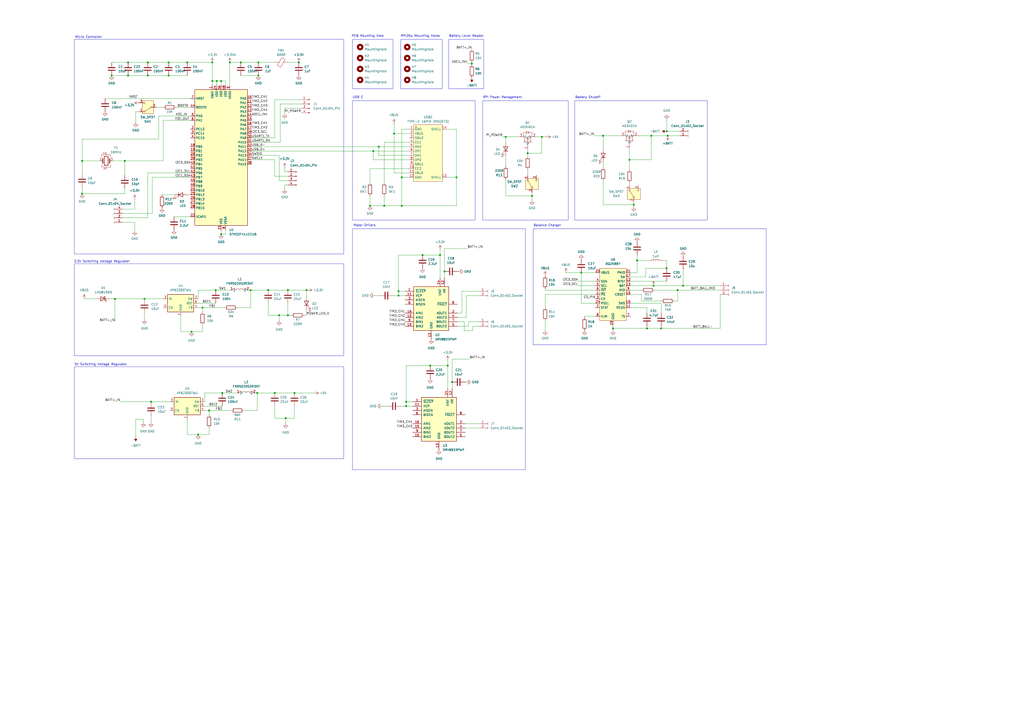
<source format=kicad_sch>
(kicad_sch (version 20250114) (generator "eeschema") (generator_version "9.0")
  (paper "A2")
  (rectangle (start 43.18 212.725) (end 199.39 266.065))
  (rectangle (start 333.375 58.42) (end 410.21 127.635))
  (rectangle (start 309.245 132.715) (end 444.5 200.025))
  (rectangle (start 204.47 58.42) (end 275.59 127.635))
  (rectangle (start 260.35 22.86) (end 280.67 51.435))
  (rectangle (start 43.18 22.86) (end 199.39 147.32))
  (rectangle (start 43.18 153.035) (end 199.39 206.375))
  (rectangle (start 204.47 22.86) (end 227.965 51.435))
  (rectangle (start 280.035 58.42) (end 329.565 127.635))
  (rectangle (start 204.47 132.715) (end 304.8 272.415))
  (text "5V Switching Voltage Regulator\n" (at 58.42 211.455 0) (effects (font (size 1.27 1.27))))
  (text "Battery Shutoff\n" (at 340.995 56.515 0) (effects (font (size 1.27 1.27))))
  (text "Battery Level Reader\n" (at 270.51 20.955 0) (effects (font (size 1.27 1.27))))
  (text "RPI Power Management\n" (at 291.465 56.515 0) (effects (font (size 1.27 1.27))))
  (text "3.3V Switching Voltage Regulator\n" (at 59.055 151.765 0) (effects (font (size 1.27 1.27))))
  (text "Balance Charger\n" (at 317.5 130.81 0) (effects (font (size 1.27 1.27))))
  (text "Micro Controller\n" (at 51.435 21.59 0) (effects (font (size 1.27 1.27))))
  (text "RPI20w Mounting Holes" (at 243.84 20.955 0) (effects (font (size 1.27 1.27))))
  (text "PCB Mounting Hole\n" (at 213.36 20.955 0) (effects (font (size 1.27 1.27))))
  (text "Motor Drivers\n" (at 211.455 130.81 0) (effects (font (size 1.27 1.27))))
  (text "USB C\n" (at 207.645 56.515 0) (effects (font (size 1.27 1.27))))
  (text_box "" (at 232.41 22.86 0) (size 24.13 28.575) (margins 0.9525 0.9525 0.9525 0.9525) (effects (font (size 1.27 1.27)) (justify left top)))
  (junction (at 228.6 77.47))
  (junction (at 74.295 36.195))
  (junction (at 293.37 79.375))
  (junction (at 149.86 43.815))
  (junction (at 167.005 182.88))
  (junction (at 125.095 168.275))
  (junction (at 393.065 168.275))
  (junction (at 155.575 168.275))
  (junction (at 235.585 235.585))
  (junction (at 123.19 46.99))
  (junction (at 367.665 118.745))
  (junction (at 375.285 190.5))
  (junction (at 231.14 168.91))
  (junction (at 97.79 36.195))
  (junction (at 161.925 182.88))
  (junction (at 245.11 147.955))
  (junction (at 170.815 227.965))
  (junction (at 149.225 227.965))
  (junction (at 257.81 157.48))
  (junction (at 349.885 78.74))
  (junction (at 219.71 85.09))
  (junction (at 133.35 36.195))
  (junction (at 111.125 192.405))
  (junction (at 128.27 46.99))
  (junction (at 97.79 43.815))
  (junction (at 337.185 158.115))
  (junction (at 145.415 168.275))
  (junction (at 379.095 165.735))
  (junction (at 139.7 36.195))
  (junction (at 231.14 171.45))
  (junction (at 72.39 93.345))
  (junction (at 123.19 36.195))
  (junction (at 365.125 92.71))
  (junction (at 85.725 36.195))
  (junction (at 177.8 168.275))
  (junction (at 369.57 151.13))
  (junction (at 74.295 43.815))
  (junction (at 233.045 119.38))
  (junction (at 214.63 119.38))
  (junction (at 66.675 173.355))
  (junction (at 387.35 78.74))
  (junction (at 159.385 227.965))
  (junction (at 355.6 190.5))
  (junction (at 396.24 165.735))
  (junction (at 64.77 43.815))
  (junction (at 262.255 221.615))
  (junction (at 216.535 87.63))
  (junction (at 173.355 36.195))
  (junction (at 47.625 93.345))
  (junction (at 235.585 233.045))
  (junction (at 377.825 78.74))
  (junction (at 108.585 36.195))
  (junction (at 121.285 238.125))
  (junction (at 386.715 155.575))
  (junction (at 222.885 119.38))
  (junction (at 167.005 168.275))
  (junction (at 85.725 43.815))
  (junction (at 255.27 147.955))
  (junction (at 128.905 227.965))
  (junction (at 149.86 36.195))
  (junction (at 314.325 79.375))
  (junction (at 87.63 233.045))
  (junction (at 125.73 46.99))
  (junction (at 264.795 102.87))
  (junction (at 273.685 36.83))
  (junction (at 117.475 178.435))
  (junction (at 308.61 113.665))
  (junction (at 47.625 112.395))
  (junction (at 386.715 76.2))
  (junction (at 114.935 252.095))
  (junction (at 128.27 135.89))
  (junction (at 83.82 173.355))
  (junction (at 259.715 212.09))
  (junction (at 233.045 102.87))
  (junction (at 165.735 242.57))
  (junction (at 306.07 88.9))
  (junction (at 383.54 190.5))
  (junction (at 249.555 212.09))
  (wire (pts (xy 375.285 190.5) (xy 383.54 190.5)))
  (wire (pts (xy 92.075 80.645) (xy 92.075 67.31)))
  (wire (pts (xy 316.23 170.815) (xy 316.23 178.435)))
  (wire (pts (xy 94.615 69.85) (xy 110.49 69.85)))
  (wire (pts (xy 393.065 168.275) (xy 417.83 168.275)))
  (wire (pts (xy 231.14 171.45) (xy 234.95 171.45)))
  (wire (pts (xy 365.76 165.735) (xy 379.095 165.735)))
  (wire (pts (xy 47.625 112.395) (xy 72.39 112.395)))
  (wire (pts (xy 369.57 151.13) (xy 369.57 158.115)))
  (wire (pts (xy 48.895 173.355) (xy 55.88 173.355)))
  (wire (pts (xy 159.385 227.965) (xy 170.815 227.965)))
  (wire (pts (xy 306.07 86.995) (xy 306.07 88.9)))
  (wire (pts (xy 159.385 57.785) (xy 174.625 57.785)))
  (wire (pts (xy 114.935 168.275) (xy 125.095 168.275)))
  (wire (pts (xy 316.23 186.055) (xy 316.23 191.77)))
  (wire (pts (xy 83.82 173.99) (xy 83.82 173.355)))
  (wire (pts (xy 349.885 86.36) (xy 349.885 78.74)))
  (wire (pts (xy 64.77 36.195) (xy 74.295 36.195)))
  (wire (pts (xy 237.49 102.87) (xy 233.045 102.87)))
  (wire (pts (xy 271.145 36.83) (xy 273.685 36.83)))
  (wire (pts (xy 308.61 113.665) (xy 308.61 116.205)))
  (wire (pts (xy 66.675 173.355) (xy 83.82 173.355)))
  (wire (pts (xy 165.1 97.155) (xy 165.1 99.695)))
  (wire (pts (xy 379.095 165.735) (xy 396.24 165.735)))
  (wire (pts (xy 393.065 174.625) (xy 393.065 168.275)))
  (wire (pts (xy 87.63 233.68) (xy 87.63 233.045)))
  (wire (pts (xy 265.43 181.61) (xy 267.97 181.61)))
  (wire (pts (xy 162.56 60.325) (xy 174.625 60.325)))
  (wire (pts (xy 372.11 174.625) (xy 383.54 174.625)))
  (wire (pts (xy 159.385 102.235) (xy 167.005 102.235)))
  (wire (pts (xy 384.175 151.13) (xy 386.715 151.13)))
  (wire (pts (xy 165.1 62.865) (xy 165.1 66.04)))
  (wire (pts (xy 355.6 190.5) (xy 375.285 190.5)))
  (wire (pts (xy 267.97 168.91) (xy 278.13 168.91)))
  (wire (pts (xy 383.54 175.895) (xy 383.54 181.61)))
  (wire (pts (xy 306.07 88.9) (xy 306.07 90.805)))
  (wire (pts (xy 117.475 178.435) (xy 117.475 180.975)))
  (wire (pts (xy 114.935 178.435) (xy 117.475 178.435)))
  (wire (pts (xy 128.905 227.965) (xy 137.795 227.965)))
  (wire (pts (xy 259.715 212.09) (xy 259.715 225.425)))
  (wire (pts (xy 78.105 128.905) (xy 78.105 133.985)))
  (wire (pts (xy 259.08 74.93) (xy 264.795 74.93)))
  (wire (pts (xy 257.81 144.145) (xy 257.81 157.48)))
  (wire (pts (xy 262.255 208.28) (xy 262.255 221.615)))
  (wire (pts (xy 78.105 115.57) (xy 78.105 121.285)))
  (wire (pts (xy 383.54 190.5) (xy 417.83 190.5)))
  (wire (pts (xy 74.295 36.195) (xy 85.725 36.195)))
  (wire (pts (xy 93.98 113.03) (xy 100.965 113.03)))
  (wire (pts (xy 146.05 80.01) (xy 159.385 80.01)))
  (wire (pts (xy 316.23 168.275) (xy 316.23 167.64)))
  (wire (pts (xy 216.535 92.71) (xy 216.535 87.63)))
  (wire (pts (xy 232.41 235.585) (xy 235.585 235.585)))
  (wire (pts (xy 274.32 191.77) (xy 274.32 189.23)))
  (wire (pts (xy 177.8 168.275) (xy 177.8 172.085)))
  (wire (pts (xy 63.5 173.355) (xy 66.675 173.355)))
  (wire (pts (xy 394.335 76.2) (xy 386.715 76.2)))
  (wire (pts (xy 167.005 107.315) (xy 165.1 107.315)))
  (wire (pts (xy 291.465 79.375) (xy 293.37 79.375)))
  (wire (pts (xy 66.675 173.355) (xy 66.675 186.69)))
  (wire (pts (xy 235.585 212.09) (xy 235.585 233.045)))
  (wire (pts (xy 159.385 242.57) (xy 165.735 242.57)))
  (wire (pts (xy 306.07 98.425) (xy 306.07 101.6)))
  (wire (pts (xy 78.74 243.205) (xy 83.185 243.205)))
  (wire (pts (xy 128.27 46.99) (xy 128.27 49.53)))
  (wire (pts (xy 369.57 158.115) (xy 365.76 158.115)))
  (wire (pts (xy 149.86 36.195) (xy 159.385 36.195)))
  (wire (pts (xy 214.63 113.665) (xy 214.63 119.38)))
  (wire (pts (xy 72.39 112.395) (xy 72.39 109.22)))
  (wire (pts (xy 94.615 62.23) (xy 90.805 62.23)))
  (wire (pts (xy 104.775 183.515) (xy 104.775 192.405)))
  (wire (pts (xy 85.725 43.815) (xy 97.79 43.815)))
  (wire (pts (xy 337.185 158.115) (xy 345.44 158.115)))
  (wire (pts (xy 141.605 238.125) (xy 149.225 238.125)))
  (wire (pts (xy 167.005 168.275) (xy 177.8 168.275)))
  (wire (pts (xy 237.49 100.33) (xy 228.6 100.33)))
  (wire (pts (xy 161.925 104.775) (xy 167.005 104.775)))
  (wire (pts (xy 349.885 78.74) (xy 360.045 78.74)))
  (wire (pts (xy 265.43 186.69) (xy 269.24 186.69)))
  (wire (pts (xy 337.185 175.895) (xy 337.185 158.115)))
  (wire (pts (xy 165.1 107.315) (xy 165.1 109.855)))
  (wire (pts (xy 159.385 92.71) (xy 159.385 102.235)))
  (wire (pts (xy 83.82 181.61) (xy 83.82 185.42)))
  (wire (pts (xy 367.665 118.745) (xy 367.665 120.015)))
  (wire (pts (xy 345.44 183.515) (xy 339.09 183.515)))
  (wire (pts (xy 174.625 62.865) (xy 165.1 62.865)))
  (wire (pts (xy 365.125 106.045) (xy 365.125 107.315)))
  (wire (pts (xy 365.76 163.195) (xy 386.715 163.195)))
  (wire (pts (xy 219.71 90.17) (xy 219.71 85.09)))
  (wire (pts (xy 271.78 186.69) (xy 278.13 186.69)))
  (wire (pts (xy 365.76 175.895) (xy 383.54 175.895)))
  (wire (pts (xy 85.725 100.33) (xy 85.725 126.365)))
  (wire (pts (xy 375.285 178.435) (xy 365.76 178.435)))
  (wire (pts (xy 144.145 168.275) (xy 145.415 168.275)))
  (wire (pts (xy 377.825 92.71) (xy 365.125 92.71)))
  (wire (pts (xy 108.585 243.205) (xy 108.585 252.095)))
  (wire (pts (xy 237.49 82.55) (xy 222.885 82.55)))
  (wire (pts (xy 155.575 182.88) (xy 161.925 182.88)))
  (wire (pts (xy 379.73 168.275) (xy 393.065 168.275)))
  (wire (pts (xy 316.865 79.375) (xy 314.325 79.375)))
  (wire (pts (xy 114.935 175.895) (xy 125.095 175.895)))
  (wire (pts (xy 377.825 78.74) (xy 377.825 92.71)))
  (wire (pts (xy 162.56 82.55) (xy 162.56 60.325)))
  (wire (pts (xy 365.125 86.36) (xy 365.125 92.71)))
  (wire (pts (xy 259.715 208.915) (xy 259.715 212.09)))
  (wire (pts (xy 149.225 227.965) (xy 149.225 238.125)))
  (wire (pts (xy 65.405 93.345) (xy 72.39 93.345)))
  (wire (pts (xy 308.61 111.76) (xy 308.61 113.665)))
  (wire (pts (xy 47.625 108.585) (xy 47.625 112.395)))
  (wire (pts (xy 335.28 165.735) (xy 345.44 165.735)))
  (wire (pts (xy 159.385 80.01) (xy 159.385 57.785)))
  (wire (pts (xy 64.77 43.815) (xy 74.295 43.815)))
  (wire (pts (xy 72.39 93.345) (xy 94.615 93.345)))
  (wire (pts (xy 133.35 36.195) (xy 139.7 36.195)))
  (wire (pts (xy 145.415 168.275) (xy 155.575 168.275)))
  (wire (pts (xy 130.81 46.99) (xy 130.81 49.53)))
  (wire (pts (xy 170.815 242.57) (xy 165.735 242.57)))
  (wire (pts (xy 376.555 151.13) (xy 369.57 151.13)))
  (wire (pts (xy 271.78 189.23) (xy 271.78 186.69)))
  (wire (pts (xy 273.685 36.83) (xy 273.685 37.465)))
  (wire (pts (xy 123.19 36.195) (xy 108.585 36.195)))
  (wire (pts (xy 345.44 175.895) (xy 337.185 175.895)))
  (wire (pts (xy 267.97 168.91) (xy 267.97 181.61)))
  (wire (pts (xy 231.14 147.955) (xy 231.14 168.91)))
  (wire (pts (xy 97.79 36.195) (xy 108.585 36.195)))
  (wire (pts (xy 235.585 235.585) (xy 239.395 235.585)))
  (wire (pts (xy 220.345 171.45) (xy 217.17 171.45)))
  (wire (pts (xy 146.05 82.55) (xy 162.56 82.55)))
  (wire (pts (xy 71.12 128.905) (xy 78.105 128.905)))
  (wire (pts (xy 265.43 184.15) (xy 270.51 184.15)))
  (wire (pts (xy 47.625 93.345) (xy 47.625 80.645)))
  (wire (pts (xy 257.81 144.145) (xy 271.145 144.145)))
  (wire (pts (xy 125.095 168.275) (xy 133.985 168.275)))
  (wire (pts (xy 167.005 182.88) (xy 168.91 182.88)))
  (wire (pts (xy 47.625 80.645) (xy 92.075 80.645)))
  (wire (pts (xy 114.935 252.095) (xy 121.285 252.095)))
  (wire (pts (xy 159.385 235.585) (xy 159.385 242.57)))
  (wire (pts (xy 269.24 191.77) (xy 274.32 191.77)))
  (wire (pts (xy 231.14 147.955) (xy 245.11 147.955)))
  (wire (pts (xy 314.325 79.375) (xy 311.15 79.375)))
  (wire (pts (xy 74.295 43.815) (xy 85.725 43.815)))
  (wire (pts (xy 269.24 186.69) (xy 269.24 191.77)))
  (wire (pts (xy 85.725 126.365) (xy 71.12 126.365)))
  (wire (pts (xy 137.795 178.435) (xy 145.415 178.435)))
  (wire (pts (xy 233.045 119.38) (xy 264.795 119.38)))
  (wire (pts (xy 237.49 90.17) (xy 219.71 90.17)))
  (wire (pts (xy 344.805 78.74) (xy 349.885 78.74)))
  (wire (pts (xy 264.795 74.93) (xy 264.795 102.87)))
  (wire (pts (xy 71.12 121.285) (xy 78.105 121.285)))
  (wire (pts (xy 270.51 184.15) (xy 270.51 171.45)))
  (wire (pts (xy 87.63 233.045) (xy 98.425 233.045)))
  (wire (pts (xy 155.575 168.275) (xy 167.005 168.275)))
  (wire (pts (xy 149.225 227.965) (xy 159.385 227.965)))
  (wire (pts (xy 118.745 233.045) (xy 118.745 227.965)))
  (wire (pts (xy 231.14 168.91) (xy 231.14 171.45)))
  (wire (pts (xy 167.005 175.895) (xy 167.005 182.88)))
  (wire (pts (xy 128.27 46.99) (xy 130.81 46.99)))
  (wire (pts (xy 293.37 90.17) (xy 293.37 96.52)))
  (wire (pts (xy 233.045 74.93) (xy 233.045 102.87)))
  (wire (pts (xy 367.665 117.475) (xy 367.665 118.745)))
  (wire (pts (xy 394.335 78.74) (xy 387.35 78.74)))
  (wire (pts (xy 264.795 102.87) (xy 264.795 119.38)))
  (wire (pts (xy 121.285 238.125) (xy 133.985 238.125)))
  (wire (pts (xy 396.24 156.21) (xy 396.24 165.735)))
  (wire (pts (xy 177.8 182.88) (xy 177.8 179.705)))
  (wire (pts (xy 374.65 155.575) (xy 386.715 155.575)))
  (wire (pts (xy 108.585 252.095) (xy 114.935 252.095)))
  (wire (pts (xy 133.35 36.195) (xy 133.35 49.53)))
  (wire (pts (xy 293.37 79.375) (xy 293.37 82.55)))
  (wire (pts (xy 314.325 88.9) (xy 306.07 88.9)))
  (wire (pts (xy 57.785 93.345) (xy 47.625 93.345)))
  (wire (pts (xy 233.045 119.38) (xy 222.885 119.38)))
  (wire (pts (xy 87.63 241.3) (xy 87.63 245.11)))
  (wire (pts (xy 123.19 46.99) (xy 123.19 49.53)))
  (wire (pts (xy 228.6 100.33) (xy 228.6 77.47)))
  (wire (pts (xy 365.76 160.655) (xy 374.65 160.655)))
  (wire (pts (xy 165.735 245.745) (xy 165.735 242.57)))
  (wire (pts (xy 69.85 233.045) (xy 87.63 233.045)))
  (wire (pts (xy 345.44 170.815) (xy 316.23 170.815)))
  (wire (pts (xy 146.05 90.17) (xy 161.925 90.17)))
  (wire (pts (xy 365.76 168.275) (xy 372.11 168.275)))
  (wire (pts (xy 118.745 227.965) (xy 128.905 227.965)))
  (wire (pts (xy 130.81 135.89) (xy 128.27 135.89)))
  (wire (pts (xy 237.49 77.47) (xy 228.6 77.47)))
  (wire (pts (xy 335.28 163.195) (xy 345.44 163.195)))
  (wire (pts (xy 83.185 243.205) (xy 83.185 245.11)))
  (wire (pts (xy 167.005 99.695) (xy 165.1 99.695)))
  (wire (pts (xy 293.37 79.375) (xy 300.99 79.375)))
  (wire (pts (xy 262.255 208.28) (xy 272.415 208.28)))
  (wire (pts (xy 155.575 175.895) (xy 155.575 182.88)))
  (wire (pts (xy 269.875 245.745) (xy 278.13 245.745)))
  (wire (pts (xy 102.235 62.23) (xy 110.49 62.23)))
  (wire (pts (xy 130.81 133.35) (xy 130.81 135.89)))
  (wire (pts (xy 146.05 85.09) (xy 219.71 85.09)))
  (wire (pts (xy 391.16 174.625) (xy 393.065 174.625)))
  (wire (pts (xy 78.74 64.77) (xy 80.645 64.77)))
  (wire (pts (xy 146.05 92.71) (xy 159.385 92.71)))
  (wire (pts (xy 147.955 227.965) (xy 149.225 227.965)))
  (wire (pts (xy 83.82 173.355) (xy 94.615 173.355)))
  (wire (pts (xy 161.925 186.055) (xy 161.925 182.88)))
  (wire (pts (xy 222.885 119.38) (xy 214.63 119.38)))
  (wire (pts (xy 235.585 233.045) (xy 235.585 235.585)))
  (wire (pts (xy 161.925 90.17) (xy 161.925 104.775)))
  (wire (pts (xy 386.715 151.13) (xy 386.715 155.575)))
  (wire (pts (xy 85.725 36.195) (xy 97.79 36.195)))
  (wire (pts (xy 237.49 74.93) (xy 233.045 74.93)))
  (wire (pts (xy 237.49 85.09) (xy 219.71 85.09)))
  (wire (pts (xy 60.96 57.15) (xy 110.49 57.15)))
  (wire (pts (xy 94.615 93.345) (xy 94.615 69.85)))
  (wire (pts (xy 355.6 191.77) (xy 355.6 190.5)))
  (wire (pts (xy 237.49 97.79) (xy 214.63 97.79)))
  (wire (pts (xy 139.7 43.815) (xy 149.86 43.815)))
  (wire (pts (xy 92.075 67.31) (xy 110.49 67.31)))
  (wire (pts (xy 255.27 147.955) (xy 245.11 147.955)))
  (wire (pts (xy 369.57 147.955) (xy 369.57 151.13)))
  (wire (pts (xy 377.825 78.74) (xy 370.205 78.74)))
  (wire (pts (xy 121.285 238.125) (xy 121.285 240.665)))
  (wire (pts (xy 72.39 93.345) (xy 72.39 101.6)))
  (wire (pts (xy 222.885 82.55) (xy 222.885 106.045)))
  (wire (pts (xy 146.05 87.63) (xy 216.535 87.63)))
  (wire (pts (xy 293.37 104.14) (xy 293.37 113.665)))
  (wire (pts (xy 118.745 238.125) (xy 121.285 238.125)))
  (wire (pts (xy 224.79 235.585) (xy 221.615 235.585)))
  (wire (pts (xy 396.24 165.735) (xy 417.83 165.735)))
  (wire (pts (xy 88.265 102.87) (xy 88.265 123.825)))
  (wire (pts (xy 128.27 135.89) (xy 128.27 133.35)))
  (wire (pts (xy 374.65 160.655) (xy 374.65 155.575)))
  (wire (pts (xy 339.09 183.515) (xy 339.09 184.15)))
  (wire (pts (xy 110.49 100.33) (xy 85.725 100.33)))
  (wire (pts (xy 117.475 178.435) (xy 130.175 178.435)))
  (wire (pts (xy 145.415 168.275) (xy 145.415 178.435)))
  (wire (pts (xy 88.265 123.825) (xy 71.12 123.825)))
  (wire (pts (xy 235.585 233.045) (xy 239.395 233.045)))
  (wire (pts (xy 118.745 235.585) (xy 128.905 235.585)))
  (wire (pts (xy 125.73 46.99) (xy 128.27 46.99)))
  (wire (pts (xy 104.775 192.405) (xy 111.125 192.405)))
  (wire (pts (xy 372.11 174.625) (xy 372.11 170.815)))
  (wire (pts (xy 78.74 253.365) (xy 78.74 243.205)))
  (wire (pts (xy 417.83 190.5) (xy 417.83 170.815)))
  (wire (pts (xy 237.49 92.71) (xy 216.535 92.71)))
  (wire (pts (xy 274.32 189.23) (xy 278.13 189.23)))
  (wire (pts (xy 139.7 36.195) (xy 149.86 36.195)))
  (wire (pts (xy 47.625 93.345) (xy 47.625 100.965)))
  (wire (pts (xy 262.255 221.615) (xy 262.255 225.425)))
  (wire (pts (xy 270.51 171.45) (xy 278.13 171.45)))
  (wire (pts (xy 264.795 102.87) (xy 259.08 102.87)))
  (wire (pts (xy 237.49 87.63) (xy 216.535 87.63)))
  (wire (pts (xy 235.585 212.09) (xy 249.555 212.09)))
  (wire (pts (xy 170.815 227.965) (xy 182.245 227.965)))
  (wire (pts (xy 269.875 248.285) (xy 278.13 248.285)))
  (wire (pts (xy 255.27 147.955) (xy 255.27 161.29)))
  (wire (pts (xy 349.885 118.745) (xy 367.665 118.745)))
  (wire (pts (xy 383.54 189.23) (xy 383.54 190.5)))
  (wire (pts (xy 97.79 43.815) (xy 108.585 43.815)))
  (wire (pts (xy 375.285 181.61) (xy 375.285 178.435)))
  (wire (pts (xy 349.885 118.745) (xy 349.885 104.775)))
  (wire (pts (xy 177.8 168.275) (xy 178.435 168.275)))
  (wire (pts (xy 233.045 102.87) (xy 233.045 119.38)))
  (wire (pts (xy 121.285 248.285) (xy 121.285 252.095)))
  (wire (pts (xy 170.815 235.585) (xy 170.815 242.57)))
  (wire (pts (xy 78.74 71.12) (xy 78.74 64.77)))
  (wire (pts (xy 255.27 144.78) (xy 255.27 147.955)))
  (wire (pts (xy 365.125 92.71) (xy 365.125 98.425)))
  (wire (pts (xy 167.005 182.88) (xy 161.925 182.88)))
  (wire (pts (xy 293.37 113.665) (xy 308.61 113.665)))
  (wire (pts (xy 386.715 69.215) (xy 386.715 76.2)))
  (wire (pts (xy 100.965 125.73) (xy 110.49 125.73)))
  (wire (pts (xy 214.63 97.79) (xy 214.63 106.045)))
  (wire (pts (xy 108.585 113.03) (xy 110.49 113.03)))
  (wire (pts (xy 228.6 71.755) (xy 228.6 77.47)))
  (wire (pts (xy 387.35 78.74) (xy 377.825 78.74)))
  (wire (pts (xy 328.295 158.115) (xy 337.185 158.115)))
  (wire (pts (xy 227.965 171.45) (xy 231.14 171.45)))
  (wire (pts (xy 349.885 93.98) (xy 349.885 97.155)))
  (wire (pts (xy 111.125 192.405) (xy 117.475 192.405)))
  (wire (pts (xy 123.19 46.99) (xy 125.73 46.99)))
  (wire (pts (xy 117.475 188.595) (xy 117.475 192.405)))
  (wire (pts (xy 273.685 36.195) (xy 273.685 36.83)))
  (wire (pts (xy 345.44 168.275) (xy 316.23 168.275)))
  (wire (pts (xy 176.53 182.88) (xy 177.8 182.88)))
  (wire (pts (xy 110.49 102.87) (xy 88.265 102.87)))
  (wire (pts (xy 372.11 170.815) (xy 365.76 170.815)))
  (wire (pts (xy 265.43 157.48) (xy 266.065 157.48)))
  (wire (pts (xy 257.81 157.48) (xy 257.81 161.29)))
  (wire (pts (xy 314.325 79.375) (xy 314.325 88.9)))
  (wire (pts (xy 269.875 221.615) (xy 270.51 221.615)))
  (wire (pts (xy 265.43 189.23) (xy 271.78 189.23)))
  (wire (pts (xy 355.6 190.5) (xy 355.6 188.595)))
  (wire (pts (xy 167.005 36.195) (xy 173.355 36.195)))
  (wire (pts (xy 125.73 46.99) (xy 125.73 49.53)))
  (wire (pts (xy 114.935 173.355) (xy 114.935 168.275)))
  (wire (pts (xy 231.14 168.91) (xy 234.95 168.91)))
  (wire (pts (xy 222.885 113.665) (xy 222.885 119.38)))
  (wire (pts (xy 259.715 212.09) (xy 249.555 212.09)))
  (wire (pts (xy 375.285 189.23) (xy 375.285 190.5)))
  (wire (pts (xy 123.19 36.195) (xy 123.19 46.99)))
  (label "ADC1_IN4" (at 146.05 67.31 0))
  (label "BST2" (at 121.285 235.585 0))
  (label "BST1" (at 117.475 175.895 0))
  (label "TIM2_CH2" (at 146.05 59.69 0))
  (label "I2C3_SDA" (at 110.49 95.25 180))
  (label "BATT+_IN" (at 272.415 208.28 0))
  (label "HSE_IN" (at 108.585 67.31 180))
  (label "TIM2_CH2" (at 234.95 184.15 180))
  (label "BATT+_IN" (at 69.85 233.045 180))
  (label "USB_D-" (at 146.05 85.09 0))
  (label "TIM3_CH2" (at 146.05 74.93 0))
  (label "I2C3_SDA" (at 335.28 163.195 180))
  (label "PI_POWER" (at 291.465 79.375 180))
  (label "BATT+_IN" (at 344.805 78.74 180))
  (label "TIM2_CH3" (at 146.05 62.23 0))
  (label "NRST" (at 74.93 57.15 0))
  (label "TIM3_CH1" (at 146.05 72.39 0))
  (label "FB2" (at 125.095 238.125 0))
  (label "TIM2_CH3" (at 234.95 189.23 180))
  (label "TIM3_CH1" (at 239.395 245.745 180))
  (label "ADC1_IN4" (at 271.145 36.83 180))
  (label "BATT+_IN" (at 273.685 28.575 180))
  (label "SWCLK" (at 146.05 92.71 0))
  (label "BATT_BALL_MID" (at 400.685 168.275 0))
  (label "HSE_OUT" (at 109.855 69.85 180))
  (label "POWER_LED_K" (at 177.8 182.88 0))
  (label "BATT+_IN" (at 66.675 186.69 180))
  (label "BATT+_IN" (at 271.145 144.145 0))
  (label "TIM2_CH1" (at 146.05 57.15 0))
  (label "SW1" (at 127 168.275 0))
  (label "USART1_TX" (at 146.05 80.01 0))
  (label "SWDIO" (at 146.05 90.17 0))
  (label "I2C1_SDA" (at 110.49 102.87 180))
  (label "TIM2_CH1" (at 234.95 181.61 180))
  (label "SW2" (at 130.81 227.965 0))
  (label "TIM2_CH4" (at 146.05 64.77 0))
  (label "BOOT0" (at 102.87 62.23 0))
  (label "FB1" (at 121.285 178.435 0))
  (label "CD_PIN" (at 345.44 173.355 180))
  (label "I2C3_SCL" (at 335.28 165.735 180))
  (label "TIM3_CH2" (at 239.395 248.285 180))
  (label "I2C3_SCL" (at 146.05 77.47 0))
  (label "USART1_RX" (at 146.05 82.55 0))
  (label "BATT_BALL-" (at 401.955 190.5 0))
  (label "I2C1_SCL" (at 110.49 100.33 180))
  (label "USB_D+" (at 146.05 87.63 0))
  (label "TIM2_CH4" (at 234.95 186.69 180))
  (label "PI_POWER" (at 174.625 65.405 180))
  (symbol (lib_id "Connector:Conn_01x04_Pin") (at 179.705 60.325 0) (mirror y) (unit 1)
    (property "Reference" "J1" (at 181.61 60.3249 0) (effects (justify right)))
    (property "Value" "Conn_01x04_Pin" (at 181.61 62.8649 0) (effects (justify right)))
    (property "Footprint" "Connector_PinHeader_2.54mm:PinHeader_1x04_P2.54mm_Vertical" (effects (hide yes)))
    (property "Description" "Generic connector, single row, 01x04, script generated" (effects (hide yes)))
  )
  (symbol (lib_id "power:GND") (at 316.23 191.77 0) (mirror y) (unit 1) (exclude_from_sim yes) (in_bom no) (on_board no)
    (property "Reference" "#PWR051" (effects (hide yes)))
    (property "Value" "GND" (at 316.23 196.215 0))
    (property "Description" "Power symbol creates a global label with name \"GND\" , ground" (effects (hide yes)))
  )
  (symbol (lib_id "Device:C") (at 249.555 215.9 0) (unit 1)
    (property "Reference" "C20" (at 252.73 214.6299 0) (effects (justify left)))
    (property "Value" "2.2uF" (at 252.73 217.1699 0) (effects (justify left)))
    (property "Footprint" "Capacitor_SMD:C_0402_1005Metric" (effects (hide yes)))
    (property "Description" "Unpolarized capacitor" (effects (hide yes)))
  )
  (symbol (lib_id "power:GND") (at 250.19 196.85 0) (unit 1)
    (property "Reference" "#PWR026" (effects (hide yes)))
    (property "Value" "GND" (at 250.19 201.93 0))
    (property "Description" "Power symbol creates a global label with name \"GND\" , ground" (effects (hide yes)))
  )
  (symbol (lib_id "Device:C") (at 386.715 159.385 0) (unit 1) (exclude_from_sim yes) (in_bom no) (on_board no)
    (property "Reference" "C30" (at 390.525 158.1149 0) (effects (justify left)))
    (property "Value" "47uF" (at 390.525 160.6549 0) (effects (justify left)))
    (property "Footprint" "Capacitor_SMD:C_0805_2012Metric" (effects (hide yes)))
    (property "Description" "Unpolarized capacitor" (effects (hide yes)))
  )
  (symbol (lib_id "Device:R") (at 137.795 238.125 270) (unit 1)
    (property "Reference" "R11" (at 137.795 243.205 90))
    (property "Value" "56K" (at 137.795 240.665 90))
    (property "Footprint" "Resistor_SMD:R_0402_1005Metric" (effects (hide yes)))
  )
  (symbol (lib_id "Device:R") (at 293.37 100.33 0) (mirror x) (unit 1)
    (property "Reference" "R13" (at 289.56 101.6 0))
    (property "Value" "220R" (at 289.56 99.06 0))
    (property "Footprint" "Resistor_SMD:R_0402_1005Metric" (effects (hide yes)))
    (property "Description" "Resistor" (effects (hide yes)))
  )
  (symbol (lib_id "Device:C") (at 167.005 172.085 0) (unit 1)
    (property "Reference" "C15" (at 170.18 170.8149 0) (effects (justify left)))
    (property "Value" "22uF" (at 170.18 173.3549 0) (effects (justify left)))
    (property "Footprint" "Capacitor_SMD:C_0805_2012Metric" (effects (hide yes)))
  )
  (symbol (lib_id "Driver_Motor:DRV8833PWP") (at 250.19 179.07 0) (unit 1)
    (property "Reference" "U2" (at 252.3333 194.31 0) (effects (justify left)))
    (property "Value" "DRV8833PWP" (at 252.3333 196.85 0) (effects (justify left)))
    (property "Footprint" "Package_SO:HTSSOP-16-1EP_4.4x5mm_P0.65mm_EP3.4x5mm_Mask2.46x2.31mm_ThermalVias" (effects (hide yes)))
    (property "Datasheet" "http://www.ti.com/lit/ds/symlink/drv8833.pdf" (effects (hide yes)))
    (property "Description" "Dual H-Bridge Motor Driver, HTSSOP-16" (effects (hide yes)))
  )
  (symbol (lib_id "power:GND") (at 308.61 116.205 0) (unit 1)
    (property "Reference" "#PWR049" (effects (hide yes)))
    (property "Value" "GND" (at 308.61 120.65 0))
    (property "Description" "Power symbol creates a global label with name \"GND\" , ground" (effects (hide yes)))
  )
  (symbol (lib_id "power:GND") (at 161.925 186.055 0) (unit 1)
    (property "Reference" "#PWR0101" (effects (hide yes)))
    (property "Value" "GND" (at 161.925 191.135 0))
    (property "Description" "Power symbol creates a global label with name \"GND\" , ground" (effects (hide yes)))
  )
  (symbol (lib_id "power:GND") (at 173.355 43.815 0) (unit 1)
    (property "Reference" "#PWR04" (effects (hide yes)))
    (property "Value" "GND" (at 173.355 48.26 0))
    (property "Description" "Power symbol creates a global label with name \"GND\" , ground" (effects (hide yes)))
  )
  (symbol (lib_id "Mechanical:MountingHole") (at 236.22 27.305 0) (unit 1) (in_bom no)
    (property "Reference" "H5" (at 238.76 26.0349 0) (effects (justify left)))
    (property "Value" "MountingHole" (at 238.76 28.5749 0) (effects (justify left)))
    (property "Footprint" "MountingHole:MountingHole_2.7mm_M2.5" (effects (hide yes)))
    (property "Description" "Mounting Hole without connection" (effects (hide yes)))
  )
  (symbol (lib_id "power:GND") (at 128.27 135.89 0) (mirror y) (unit 1)
    (property "Reference" "#PWR014" (effects (hide yes)))
    (property "Value" "GND" (at 128.27 140.335 0))
    (property "Description" "Power symbol creates a global label with name \"GND\" , ground" (effects (hide yes)))
  )
  (symbol (lib_id "Device:R") (at 306.07 94.615 180) (unit 1)
    (property "Reference" "R4" (at 301.625 95.885 0))
    (property "Value" "10K" (at 301.625 93.345 0))
    (property "Footprint" "Resistor_SMD:R_0402_1005Metric" (effects (hide yes)))
    (property "Description" "Resistor" (effects (hide yes)))
  )
  (symbol (lib_id "Device:R") (at 349.885 100.965 0) (mirror x) (unit 1)
    (property "Reference" "R20" (at 346.075 102.235 0))
    (property "Value" "220R" (at 346.075 99.695 0))
    (property "Footprint" "Resistor_SMD:R_0402_1005Metric" (effects (hide yes)))
    (property "Description" "Resistor" (effects (hide yes)))
  )
  (symbol (lib_id "Device:R") (at 117.475 184.785 180) (unit 1)
    (property "Reference" "R8" (at 120.015 183.5149 0) (effects (justify right)))
    (property "Value" "10K" (at 120.015 186.0549 0) (effects (justify right)))
    (property "Footprint" "Resistor_SMD:R_0402_1005Metric" (effects (hide yes)))
  )
  (symbol (lib_id "Connector:Conn_01x03_Socket") (at 422.91 168.275 0) (unit 1) (exclude_from_sim yes) (in_bom no) (on_board no)
    (property "Reference" "J8" (at 424.18 167.0049 0) (effects (justify left)))
    (property "Value" "Conn_01x03_Socket" (at 424.18 169.5449 0) (effects (justify left)))
    (property "Footprint" "Connector_JST:JST_XH_S3B-XH-A_1x03_P2.50mm_Horizontal" (effects (hide yes)))
    (property "Description" "Generic connector, single row, 01x03, script generated" (effects (hide yes)))
  )
  (symbol (lib_id "Device:C") (at 47.625 104.775 0) (unit 1)
    (property "Reference" "C9" (at 50.8 103.5049 0) (effects (justify left)))
    (property "Value" "10pF" (at 50.8 106.0449 0) (effects (justify left)))
    (property "Footprint" "Capacitor_SMD:C_0402_1005Metric" (effects (hide yes)))
    (property "Description" "Unpolarized capacitor" (effects (hide yes)))
  )
  (symbol (lib_id "power:GND") (at 100.965 133.35 0) (mirror y) (unit 1)
    (property "Reference" "#PWR015" (effects (hide yes)))
    (property "Value" "GND" (at 100.965 137.795 0))
    (property "Description" "Power symbol creates a global label with name \"GND\" , ground" (effects (hide yes)))
  )
  (symbol (lib_id "Device:C") (at 74.295 40.005 0) (unit 1)
    (property "Reference" "C22" (at 77.47 38.7349 0) (effects (justify left)))
    (property "Value" "100nF" (at 77.47 41.2749 0) (effects (justify left)))
    (property "Footprint" "Capacitor_SMD:C_0402_1005Metric" (effects (hide yes)))
    (property "Description" "Unpolarized capacitor" (effects (hide yes)))
  )
  (symbol (lib_id "Device:C") (at 369.57 144.145 0) (unit 1) (exclude_from_sim yes) (in_bom no) (on_board no)
    (property "Reference" "C28" (at 362.585 141.605 0) (effects (justify left)))
    (property "Value" "10u" (at 362.585 144.145 0) (effects (justify left)))
    (property "Footprint" "Capacitor_SMD:C_0603_1608Metric" (effects (hide yes)))
  )
  (symbol (lib_id "Device:C") (at 97.79 40.005 0) (unit 1)
    (property "Reference" "C3" (at 101.6 38.7349 0) (effects (justify left)))
    (property "Value" "100nF" (at 101.6 41.2749 0) (effects (justify left)))
    (property "Footprint" "Capacitor_SMD:C_0402_1005Metric" (effects (hide yes)))
    (property "Description" "Unpolarized capacitor" (effects (hide yes)))
  )
  (symbol (lib_id "power:-BATT") (at 78.74 253.365 180) (unit 1)
    (property "Reference" "#PWR045" (effects (hide yes)))
    (property "Value" "-BATT" (at 78.74 258.445 0))
    (property "Description" "Power symbol creates a global label with name \"-BATT\"" (effects (hide yes)))
  )
  (symbol (lib_id "Device:R") (at 387.35 174.625 90) (unit 1) (exclude_from_sim yes) (in_bom no) (on_board no)
    (property "Reference" "R15" (at 387.35 177.165 90))
    (property "Value" "75R" (at 387.35 179.705 90))
    (property "Footprint" "Resistor_SMD:R_0402_1005Metric" (effects (hide yes)))
    (property "Description" "Resistor" (effects (hide yes)))
  )
  (symbol (lib_id "Rocketry:FNR5020S3R3NT") (at 139.065 168.275 0) (unit 1)
    (property "Reference" "L1" (at 139.065 161.925 0))
    (property "Value" "FNR5020S3R3NT" (at 139.065 164.465 0))
    (property "Footprint" "Rocketry_Easyeda:IND-SMD_L5.0-W5.0_FNR50XXS" (effects (hide yes)))
    (property "Datasheet" "https://lcsc.com/product-detail/Power-Inductors_3-3uH-30-2-5A_C167926.html" (effects (hide yes)))
    (property "LCSC Part" "C167926" (effects (hide yes)))
  )
  (symbol (lib_id "Connector:Conn_01x04_Socket") (at 66.04 126.365 180) (unit 1)
    (property "Reference" "J4" (at 66.675 115.57 0))
    (property "Value" "Conn_01x04_Socket" (at 66.675 118.11 0))
    (property "Footprint" "Connector_JST:JST_XH_S4B-XH-A_1x04_P2.50mm_Horizontal" (effects (hide yes)))
    (property "Description" "Generic connector, single row, 01x04, script generated" (effects (hide yes)))
  )
  (symbol (lib_id "Device:R") (at 93.98 116.84 180) (unit 1)
    (property "Reference" "R12" (at 97.79 115.57 0))
    (property "Value" "220R" (at 97.79 118.11 0))
    (property "Footprint" "Resistor_SMD:R_0402_1005Metric" (effects (hide yes)))
    (property "Description" "Resistor" (effects (hide yes)))
  )
  (symbol (lib_id "power:+3.3V") (at 259.715 208.915 0) (unit 1)
    (property "Reference" "#PWR032" (effects (hide yes)))
    (property "Value" "+3.3V" (at 259.715 204.47 0))
    (property "Description" "Power symbol creates a global label with name \"+3.3V\"" (effects (hide yes)))
  )
  (symbol (lib_id "Device:R") (at 172.72 182.88 90) (unit 1)
    (property "Reference" "R7" (at 172.72 185.42 90))
    (property "Value" "220R" (at 172.72 187.96 90))
    (property "Footprint" "Resistor_SMD:R_0402_1005Metric" (effects (hide yes)))
    (property "Description" "Resistor" (effects (hide yes)))
  )
  (symbol (lib_id "Device:R") (at 133.985 178.435 270) (unit 1)
    (property "Reference" "R9" (at 133.985 183.515 90))
    (property "Value" "33K" (at 133.985 180.975 90))
    (property "Footprint" "Resistor_SMD:R_0402_1005Metric" (effects (hide yes)))
  )
  (symbol (lib_id "Driver_Motor:DRV8833PWP") (at 254.635 243.205 0) (unit 1)
    (property "Reference" "U3" (at 256.7783 258.445 0) (effects (justify left)))
    (property "Value" "DRV8833PWP" (at 256.7783 260.985 0) (effects (justify left)))
    (property "Footprint" "Package_SO:HTSSOP-16-1EP_4.4x5mm_P0.65mm_EP3.4x5mm_Mask2.46x2.31mm_ThermalVias" (effects (hide yes)))
    (property "Datasheet" "http://www.ti.com/lit/ds/symlink/drv8833.pdf" (effects (hide yes)))
    (property "Description" "Dual H-Bridge Motor Driver, HTSSOP-16" (effects (hide yes)))
  )
  (symbol (lib_id "Device:C") (at 128.905 231.775 180) (unit 1)
    (property "Reference" "C24" (at 132.08 230.5049 0) (effects (justify right)))
    (property "Value" "100nF" (at 132.08 233.0449 0) (effects (justify right)))
    (property "Footprint" "Capacitor_SMD:C_0402_1005Metric" (effects (hide yes)))
  )
  (symbol (lib_id "Battery_Management:BQ25887") (at 355.6 170.815 0) (unit 1) (exclude_from_sim yes) (in_bom no) (on_board no)
    (property "Reference" "U6" (at 355.6 150.495 0))
    (property "Value" "BQ25887" (at 355.6 153.035 0))
    (property "Footprint" "Package_DFN_QFN:VQFN-24-1EP_4x4mm_P0.5mm_EP2.5x2.5mm" (effects (hide yes)))
    (property "Datasheet" "https://www.ti.com/lit/ds/symlink/bq25887.pdf" (effects (hide yes)))
    (property "Description" "I2C Controller 2-Cell 2A Boost mode LiIon Charger with cell balancing" (effects (hide yes)))
  )
  (symbol (lib_id "power:GND") (at 270.51 221.615 90) (unit 1)
    (property "Reference" "#PWR033" (effects (hide yes)))
    (property "Value" "GND" (at 273.685 221.6149 90) (effects (justify right)))
    (property "Description" "Power symbol creates a global label with name \"GND\" , ground" (effects (hide yes)))
  )
  (symbol (lib_id "power:GND") (at 249.555 219.71 0) (unit 1)
    (property "Reference" "#PWR030" (effects (hide yes)))
    (property "Value" "GND" (at 249.555 224.79 0))
    (property "Description" "Power symbol creates a global label with name \"GND\" , ground" (effects (hide yes)))
  )
  (symbol (lib_id "Mechanical:MountingHole") (at 208.915 40.005 0) (unit 1) (in_bom no)
    (property "Reference" "H3" (at 211.455 38.7349 0) (effects (justify left)))
    (property "Value" "MountingHole" (at 211.455 41.2749 0) (effects (justify left)))
    (property "Footprint" "MountingHole:MountingHole_2.2mm_M2" (effects (hide yes)))
    (property "Description" "Mounting Hole without connection" (effects (hide yes)))
  )
  (symbol (lib_id "MCU_ST_STM32F4:STM32F411CEUx") (at 128.27 92.71 0) (unit 1)
    (property "Reference" "U1" (at 132.9533 133.35 0) (effects (justify left)))
    (property "Value" "STM32F411CEU6" (at 132.9533 135.89 0) (effects (justify left)))
    (property "Footprint" "Package_DFN_QFN:QFN-48-1EP_7x7mm_P0.5mm_EP5.6x5.6mm" (effects (hide yes)))
    (property "Datasheet" "https://www.st.com/resource/en/datasheet/stm32f411ce.pdf" (effects (hide yes)))
    (property "Description" "STMicroelectronics Arm Cortex-M4 MCU, 512KB flash, 128KB RAM, 100 MHz, 1.7-3.6V, 36 GPIO, UFQFPN48" (effects (hide yes)))
  )
  (symbol (lib_id "power:GND") (at 367.665 120.015 0) (unit 1)
    (property "Reference" "#PWR061" (effects (hide yes)))
    (property "Value" "GND" (at 367.665 124.46 0))
    (property "Description" "Power symbol creates a global label with name \"GND\" , ground" (effects (hide yes)))
  )
  (symbol (lib_id "power:GND") (at 337.185 150.495 0) (mirror x) (unit 1) (exclude_from_sim yes) (in_bom no) (on_board no)
    (property "Reference" "#PWR055" (effects (hide yes)))
    (property "Value" "GND" (at 337.185 146.05 0))
    (property "Description" "Power symbol creates a global label with name \"GND\" , ground" (effects (hide yes)))
  )
  (symbol (lib_id "Device:C") (at 108.585 40.005 0) (unit 1)
    (property "Reference" "C4" (at 111.76 38.7349 0) (effects (justify left)))
    (property "Value" "100nF" (at 111.76 41.2749 0) (effects (justify left)))
    (property "Footprint" "Capacitor_SMD:C_0402_1005Metric" (effects (hide yes)))
    (property "Description" "Unpolarized capacitor" (effects (hide yes)))
  )
  (symbol (lib_id "Device:C") (at 64.77 40.005 0) (unit 1)
    (property "Reference" "C1" (at 68.58 38.7349 0) (effects (justify left)))
    (property "Value" "10uF" (at 68.58 41.2749 0) (effects (justify left)))
    (property "Footprint" "Capacitor_SMD:C_0603_1608Metric" (effects (hide yes)))
    (property "Description" "Unpolarized capacitor" (effects (hide yes)))
  )
  (symbol (lib_id "power:+BATT") (at 379.095 165.735 0) (unit 1) (exclude_from_sim yes) (in_bom no) (on_board no)
    (property "Reference" "#PWR053" (effects (hide yes)))
    (property "Value" "+BATT" (at 379.095 160.655 0))
    (property "Description" "Power symbol creates a global label with name \"+BATT\"" (effects (hide yes)))
  )
  (symbol (lib_id "Switch:SW_SPDT") (at 367.665 112.395 90) (unit 1)
    (property "Reference" "SW3" (at 357.505 113.665 90))
    (property "Value" "SW_SPDT" (at 357.505 111.125 90))
    (property "Footprint" "Button_Switch_SMD:SW_SPDT_PCM12" (effects (hide yes)))
    (property "Description" "Switch, single pole double throw" (effects (hide yes)))
  )
  (symbol (lib_id "power:+5V") (at 316.865 79.375 270) (mirror x) (unit 1)
    (property "Reference" "#PWR037" (effects (hide yes)))
    (property "Value" "+5V" (at 320.04 79.3749 90) (effects (justify left)))
    (property "Description" "Power symbol creates a global label with name \"+5V\"" (effects (hide yes)))
  )
  (symbol (lib_id "power:GND") (at 217.17 171.45 270) (unit 1)
    (property "Reference" "#PWR016" (effects (hide yes)))
    (property "Value" "GND" (at 213.995 171.4499 90) (effects (justify right)))
    (property "Description" "Power symbol creates a global label with name \"GND\" , ground" (effects (hide yes)))
  )
  (symbol (lib_id "power:VBUS") (at 228.6 71.755 0) (unit 1)
    (property "Reference" "#PWR010" (effects (hide yes)))
    (property "Value" "VBUS" (at 228.6 66.675 0))
    (property "Description" "Power symbol creates a global label with name \"VBUS\"" (effects (hide yes)))
  )
  (symbol (lib_id "Device:C") (at 125.095 172.085 180) (unit 1)
    (property "Reference" "C13" (at 128.905 170.815 0) (effects (justify right)))
    (property "Value" "100n" (at 128.905 173.355 0) (effects (justify right)))
    (property "Footprint" "Capacitor_SMD:C_0402_1005Metric" (effects (hide yes)))
  )
  (symbol (lib_id "Device:R") (at 339.09 187.96 0) (unit 1) (exclude_from_sim yes) (in_bom no) (on_board no)
    (property "Reference" "R18" (at 340.995 186.6899 0) (effects (justify left)))
    (property "Value" "1K" (at 340.995 189.2299 0) (effects (justify left)))
    (property "Footprint" "Resistor_SMD:R_0402_1005Metric" (effects (hide yes)))
    (property "Description" "Resistor" (effects (hide yes)))
  )
  (symbol (lib_id "Connector:Conn_01x02_Socket") (at 283.21 168.91 0) (unit 1)
    (property "Reference" "J5" (at 284.48 168.9099 0) (effects (justify left)))
    (property "Value" "Conn_01x02_Socket" (at 284.48 171.4499 0) (effects (justify left)))
    (property "Footprint" "Connector_JST:JST_XH_S2B-XH-A_1x02_P2.50mm_Horizontal" (effects (hide yes)))
    (property "Description" "Generic connector, single row, 01x02, script generated" (effects (hide yes)))
  )
  (symbol (lib_id "Device:R") (at 214.63 109.855 0) (mirror y) (unit 1)
    (property "Reference" "R2" (at 212.725 108.5849 0) (effects (justify left)))
    (property "Value" "5K1" (at 212.725 111.1249 0) (effects (justify left)))
    (property "Footprint" "Resistor_SMD:R_0402_1005Metric" (effects (hide yes)))
    (property "Description" "Resistor" (effects (hide yes)))
  )
  (symbol (lib_id "Device:C") (at 224.155 171.45 90) (unit 1)
    (property "Reference" "C17" (at 224.155 163.83 90))
    (property "Value" "10nF" (at 224.155 166.37 90))
    (property "Footprint" "Capacitor_SMD:C_0402_1005Metric" (effects (hide yes)))
    (property "Description" "Unpolarized capacitor" (effects (hide yes)))
  )
  (symbol (lib_id "Mechanical:MountingHole") (at 236.22 33.655 0) (unit 1) (in_bom no)
    (property "Reference" "H6" (at 238.76 32.3849 0) (effects (justify left)))
    (property "Value" "MountingHole" (at 238.76 34.9249 0) (effects (justify left)))
    (property "Footprint" "MountingHole:MountingHole_2.7mm_M2.5" (effects (hide yes)))
    (property "Description" "Mounting Hole without connection" (effects (hide yes)))
  )
  (symbol (lib_id "power:+3.3V") (at 78.105 115.57 0) (unit 1)
    (property "Reference" "#PWR023" (effects (hide yes)))
    (property "Value" "+3.3V" (at 78.105 110.49 0))
    (property "Description" "Power symbol creates a global label with name \"+3.3V\"" (effects (hide yes)))
  )
  (symbol (lib_id "Switch:SW_SPDT") (at 85.725 62.23 180) (unit 1)
    (property "Reference" "SW1" (at 85.725 70.485 0))
    (property "Value" "SW_SPDT" (at 85.725 67.945 0))
    (property "Footprint" "Button_Switch_SMD:SW_SPDT_PCM12" (effects (hide yes)))
    (property "Description" "Switch, single pole double throw" (effects (hide yes)))
  )
  (symbol (lib_id "Connector:Conn_01x02_Socket") (at 283.21 186.69 0) (unit 1)
    (property "Reference" "J6" (at 284.48 186.6899 0) (effects (justify left)))
    (property "Value" "Conn_01x02_Socket" (at 284.48 189.2299 0) (effects (justify left)))
    (property "Footprint" "Connector_JST:JST_XH_S2B-XH-A_1x02_P2.50mm_Horizontal" (effects (hide yes)))
    (property "Description" "Generic connector, single row, 01x02, script generated" (effects (hide yes)))
  )
  (symbol (lib_id "Device:C") (at 83.82 177.8 0) (unit 1)
    (property "Reference" "C12" (at 87.63 176.5299 0) (effects (justify left)))
    (property "Value" "10uF" (at 87.63 179.0699 0) (effects (justify left)))
    (property "Footprint" "Capacitor_SMD:C_0603_1608Metric" (effects (hide yes)))
  )
  (symbol (lib_id "Device:C") (at 85.725 40.005 0) (unit 1)
    (property "Reference" "C2" (at 88.9 38.7349 0) (effects (justify left)))
    (property "Value" "100nF" (at 88.9 41.2749 0) (effects (justify left)))
    (property "Footprint" "Capacitor_SMD:C_0402_1005Metric" (effects (hide yes)))
    (property "Description" "Unpolarized capacitor" (effects (hide yes)))
  )
  (symbol (lib_id "power:GND") (at 114.935 252.095 0) (unit 1)
    (property "Reference" "#PWR041" (effects (hide yes)))
    (property "Value" "GND" (at 114.935 257.175 0))
    (property "Description" "Power symbol creates a global label with name \"GND\" , ground" (effects (hide yes)))
  )
  (symbol (lib_id "Connector:Conn_01x02_Socket") (at 399.415 78.74 0) (mirror x) (unit 1)
    (property "Reference" "J3" (at 398.78 70.485 0))
    (property "Value" "Conn_01x02_Socket" (at 398.78 73.025 0))
    (property "Footprint" "Connector_AMASS:AMASS_XT60PW-F_1x02_P7.20mm_Horizontal" (effects (hide yes)))
    (property "Description" "Generic connector, single row, 01x02, script generated" (effects (hide yes)))
  )
  (symbol (lib_id "power:GND") (at 47.625 112.395 0) (unit 1)
    (property "Reference" "#PWR09" (effects (hide yes)))
    (property "Value" "GND" (at 47.625 116.84 0))
    (property "Description" "Power symbol creates a global label with name \"GND\" , ground" (effects (hide yes)))
  )
  (symbol (lib_id "Device:C") (at 375.285 185.42 0) (unit 1) (exclude_from_sim yes) (in_bom no) (on_board no)
    (property "Reference" "C31" (at 377.19 180.34 0) (effects (justify left)))
    (property "Value" "4.7uF" (at 376.555 182.88 0) (effects (justify left)))
    (property "Footprint" "Capacitor_SMD:C_0603_1608Metric" (effects (hide yes)))
  )
  (symbol (lib_id "Device:C") (at 337.185 154.305 0) (unit 1) (exclude_from_sim yes) (in_bom no) (on_board no)
    (property "Reference" "C27" (at 340.995 153.0349 0) (effects (justify left)))
    (property "Value" "10uF" (at 340.995 155.5749 0) (effects (justify left)))
    (property "Footprint" "Capacitor_SMD:C_0603_1608Metric" (effects (hide yes)))
  )
  (symbol (lib_id "Mechanical:MountingHole") (at 208.915 33.655 0) (unit 1) (in_bom no)
    (property "Reference" "H2" (at 211.455 32.3849 0) (effects (justify left)))
    (property "Value" "MountingHole" (at 211.455 34.9249 0) (effects (justify left)))
    (property "Footprint" "MountingHole:MountingHole_2.2mm_M2" (effects (hide yes)))
    (property "Description" "Mounting Hole without connection" (effects (hide yes)))
  )
  (symbol (lib_id "Device:C") (at 396.24 152.4 0) (mirror y) (unit 1) (exclude_from_sim yes) (in_bom no) (on_board no)
    (property "Reference" "C29" (at 403.225 151.765 0) (effects (justify left)))
    (property "Value" "10u" (at 403.225 154.305 0) (effects (justify left)))
    (property "Footprint" "Capacitor_SMD:C_0603_1608Metric" (effects (hide yes)))
  )
  (symbol (lib_id "Connector:Conn_01x04_Pin") (at 172.085 102.235 0) (mirror y) (unit 1)
    (property "Reference" "J2" (at 168.275 93.345 0) (effects (justify right)))
    (property "Value" "Conn_01x04_Pin" (at 168.275 95.885 0) (effects (justify right)))
    (property "Footprint" "Connector_PinHeader_2.54mm:PinHeader_1x04_P2.54mm_Horizontal" (effects (hide yes)))
    (property "Description" "Generic connector, single row, 01x04, script generated" (effects (hide yes)))
  )
  (symbol (lib_id "Rocketry:FNR5020S3R3NT") (at 142.875 227.965 0) (unit 1)
    (property "Reference" "L2" (at 142.875 221.615 0))
    (property "Value" "FNR5020S3R3NT" (at 142.875 224.155 0))
    (property "Footprint" "Rocketry_Easyeda:IND-SMD_L5.0-W5.0_FNR50XXS" (effects (hide yes)))
    (property "Datasheet" "https://lcsc.com/product-detail/Power-Inductors_3-3uH-30-2-5A_C167926.html" (effects (hide yes)))
    (property "LCSC Part" "C167926" (effects (hide yes)))
  )
  (symbol (lib_id "power:GND") (at 78.105 133.985 0) (unit 1)
    (property "Reference" "#PWR024" (effects (hide yes)))
    (property "Value" "GND" (at 78.105 138.43 0))
    (property "Description" "Power symbol creates a global label with name \"GND\" , ground" (effects (hide yes)))
  )
  (symbol (lib_id "power:GND") (at 339.09 191.77 0) (mirror y) (unit 1) (exclude_from_sim yes) (in_bom no) (on_board no)
    (property "Reference" "#PWR056" (effects (hide yes)))
    (property "Value" "GND" (at 339.09 196.215 0))
    (property "Description" "Power symbol creates a global label with name \"GND\" , ground" (effects (hide yes)))
  )
  (symbol (lib_id "Device:C") (at 87.63 237.49 0) (unit 1)
    (property "Reference" "C23" (at 91.44 236.2199 0) (effects (justify left)))
    (property "Value" "10uF" (at 91.44 238.7599 0) (effects (justify left)))
    (property "Footprint" "Capacitor_SMD:C_0603_1608Metric" (effects (hide yes)))
  )
  (symbol (lib_id "Mechanical:MountingHole") (at 208.915 27.305 0) (unit 1) (in_bom no)
    (property "Reference" "H1" (at 211.455 26.0349 0) (effects (justify left)))
    (property "Value" "MountingHole" (at 211.455 28.5749 0) (effects (justify left)))
    (property "Footprint" "MountingHole:MountingHole_2.2mm_M2" (effects (hide yes)))
    (property "Description" "Mounting Hole without connection" (effects (hide yes)))
  )
  (symbol (lib_id "power:-BATT") (at 386.715 76.2 90) (mirror x) (unit 1)
    (property "Reference" "#PWR046" (effects (hide yes)))
    (property "Value" "-BATT" (at 382.905 76.1999 90) (effects (justify left)))
    (property "Description" "Power symbol creates a global label with name \"-BATT\"" (effects (hide yes)))
  )
  (symbol (lib_id "Device:R") (at 98.425 62.23 90) (unit 1)
    (property "Reference" "R1" (at 98.425 59.69 90))
    (property "Value" "10K" (at 98.425 64.77 90))
    (property "Footprint" "Resistor_SMD:R_0402_1005Metric" (effects (hide yes)))
    (property "Description" "Resistor" (effects (hide yes)))
  )
  (symbol (lib_id "power:GND") (at 386.715 69.215 0) (mirror x) (unit 1)
    (property "Reference" "#PWR018" (effects (hide yes)))
    (property "Value" "GND" (at 386.715 64.135 0))
    (property "Description" "Power symbol creates a global label with name \"GND\" , ground" (effects (hide yes)))
  )
  (symbol (lib_id "Device:C") (at 155.575 172.085 0) (unit 1)
    (property "Reference" "C14" (at 158.75 170.8149 0) (effects (justify left)))
    (property "Value" "22uF" (at 158.75 173.3549 0) (effects (justify left)))
    (property "Footprint" "Capacitor_SMD:C_0805_2012Metric" (effects (hide yes)))
  )
  (symbol (lib_id "Device:C") (at 228.6 235.585 90) (unit 1)
    (property "Reference" "C19" (at 228.6 228.6 90))
    (property "Value" "10nF" (at 228.6 231.14 90))
    (property "Footprint" "Capacitor_SMD:C_0402_1005Metric" (effects (hide yes)))
    (property "Description" "Unpolarized capacitor" (effects (hide yes)))
  )
  (symbol (lib_id "power:GND") (at 214.63 119.38 0) (mirror y) (unit 1)
    (property "Reference" "#PWR022" (effects (hide yes)))
    (property "Value" "GND" (at 214.63 123.825 0))
    (property "Description" "Power symbol creates a global label with name \"GND\" , ground" (effects (hide yes)))
  )
  (symbol (lib_id "power:GND") (at 254.635 260.985 0) (unit 1)
    (property "Reference" "#PWR031" (effects (hide yes)))
    (property "Value" "GND" (at 254.635 266.065 0))
    (property "Description" "Power symbol creates a global label with name \"GND\" , ground" (effects (hide yes)))
  )
  (symbol (lib_id "Device:LED") (at 349.885 90.17 270) (mirror x) (unit 1)
    (property "Reference" "D5" (at 346.71 90.4874 90) (effects (justify right)))
    (property "Value" "LED" (at 346.71 93.0274 90) (effects (justify right)))
    (property "Footprint" "LED_SMD:LED_0603_1608Metric" (effects (hide yes)))
    (property "Description" "Light emitting diode" (effects (hide yes)))
    (property "Sim.Pins" "1=K 2=A" (effects (hide yes)))
  )
  (symbol (lib_id "power:GND") (at 83.82 185.42 0) (unit 1)
    (property "Reference" "#PWR020" (effects (hide yes)))
    (property "Value" "GND" (at 83.82 190.5 0))
    (property "Description" "Power symbol creates a global label with name \"GND\" , ground" (effects (hide yes)))
  )
  (symbol (lib_id "Device:C") (at 159.385 231.775 0) (unit 1)
    (property "Reference" "C25" (at 162.56 230.5049 0) (effects (justify left)))
    (property "Value" "22uF" (at 162.56 233.0449 0) (effects (justify left)))
    (property "Footprint" "Capacitor_SMD:C_0805_2012Metric" (effects (hide yes)))
  )
  (symbol (lib_id "Regulator_Switching:AP62300TWU") (at 108.585 235.585 0) (unit 1)
    (property "Reference" "U5" (at 108.585 225.425 0))
    (property "Value" "AP62300TWU" (at 108.585 227.965 0))
    (property "Footprint" "Package_TO_SOT_SMD:TSOT-23-6" (effects (hide yes)))
    (property "Datasheet" "https://www.diodes.com/assets/Datasheets/AP62300_AP62301_AP62300T.pdf" (effects (hide yes)))
  )
  (symbol (lib_id "power:GND") (at 165.1 66.04 0) (unit 1)
    (property "Reference" "#PWR036" (effects (hide yes)))
    (property "Value" "GND" (at 165.1 71.12 0))
    (property "Description" "Power symbol creates a global label with name \"GND\" , ground" (effects (hide yes)))
  )
  (symbol (lib_id "power:VBUS") (at 48.895 173.355 0) (unit 1)
    (property "Reference" "#PWR021" (effects (hide yes)))
    (property "Value" "VBUS" (at 48.895 168.275 0))
    (property "Description" "Power symbol creates a global label with name \"VBUS\"" (effects (hide yes)))
  )
  (symbol (lib_id "power:+BATT") (at 387.35 78.74 0) (mirror x) (unit 1)
    (property "Reference" "#PWR044" (effects (hide yes)))
    (property "Value" "+BATT" (at 387.35 83.185 0))
    (property "Description" "Power symbol creates a global label with name \"+BATT\"" (effects (hide yes)))
  )
  (symbol (lib_id "Device:R") (at 121.285 244.475 180) (unit 1)
    (property "Reference" "R10" (at 123.825 243.2049 0) (effects (justify right)))
    (property "Value" "10K" (at 123.825 245.7449 0) (effects (justify right)))
    (property "Footprint" "Resistor_SMD:R_0402_1005Metric" (effects (hide yes)))
  )
  (symbol (lib_id "Mechanical:MountingHole") (at 236.22 46.355 0) (unit 1) (in_bom no)
    (property "Reference" "H8" (at 238.76 45.0849 0) (effects (justify left)))
    (property "Value" "MountingHole" (at 238.76 47.6249 0) (effects (justify left)))
    (property "Footprint" "MountingHole:MountingHole_2.7mm_M2.5" (effects (hide yes)))
    (property "Description" "Mounting Hole without connection" (effects (hide yes)))
  )
  (symbol (lib_id "power:GND") (at 165.735 245.745 0) (unit 1)
    (property "Reference" "#PWR042" (effects (hide yes)))
    (property "Value" "GND" (at 165.735 250.825 0))
    (property "Description" "Power symbol creates a global label with name \"GND\" , ground" (effects (hide yes)))
  )
  (symbol (lib_id "power:-BATT") (at 273.685 45.085 180) (unit 1)
    (property "Reference" "#PWR035" (effects (hide yes)))
    (property "Value" "-BATT" (at 273.685 49.53 0))
    (property "Description" "Power symbol creates a global label with name \"-BATT\"" (effects (hide yes)))
  )
  (symbol (lib_id "power:GND") (at 355.6 191.77 0) (unit 1) (exclude_from_sim yes) (in_bom no) (on_board no)
    (property "Reference" "#PWR052" (effects (hide yes)))
    (property "Value" "GND" (at 355.6 196.215 0))
    (property "Description" "Power symbol creates a global label with name \"GND\" , ground" (effects (hide yes)))
  )
  (symbol (lib_id "Device:R") (at 365.125 102.235 180) (unit 1)
    (property "Reference" "R19" (at 360.68 103.505 0))
    (property "Value" "10K" (at 360.68 100.965 0))
    (property "Footprint" "Resistor_SMD:R_0402_1005Metric" (effects (hide yes)))
    (property "Description" "Resistor" (effects (hide yes)))
  )
  (symbol (lib_id "power:+3.3V") (at 123.19 36.195 0) (unit 1)
    (property "Reference" "#PWR01" (effects (hide yes)))
    (property "Value" "+3.3V" (at 123.19 31.75 0))
    (property "Description" "Power symbol creates a global label with name \"+3.3V\"" (effects (hide yes)))
  )
  (symbol (lib_id "Mechanical:MountingHole") (at 208.915 46.355 0) (unit 1) (in_bom no)
    (property "Reference" "H4" (at 211.455 45.0849 0) (effects (justify left)))
    (property "Value" "MountingHole" (at 211.455 47.6249 0) (effects (justify left)))
    (property "Footprint" "MountingHole:MountingHole_2.2mm_M2" (effects (hide yes)))
    (property "Description" "Mounting Hole without connection" (effects (hide yes)))
  )
  (symbol (lib_id "power:GND") (at 266.065 157.48 90) (unit 1)
    (property "Reference" "#PWR028" (effects (hide yes)))
    (property "Value" "GND" (at 269.24 157.4799 90) (effects (justify right)))
    (property "Description" "Power symbol creates a global label with name \"GND\" , ground" (effects (hide yes)))
  )
  (symbol (lib_id "Device:C") (at 60.96 60.96 0) (unit 1)
    (property "Reference" "C8" (at 64.77 59.6899 0) (effects (justify left)))
    (property "Value" "100nF" (at 64.77 62.2299 0) (effects (justify left)))
    (property "Footprint" "Capacitor_SMD:C_0402_1005Metric" (effects (hide yes)))
    (property "Description" "Unpolarized capacitor" (effects (hide yes)))
  )
  (symbol (lib_id "power:GND") (at 78.74 71.12 0) (unit 1)
    (property "Reference" "#PWR08" (effects (hide yes)))
    (property "Value" "GND" (at 78.74 75.565 0))
    (property "Description" "Power symbol creates a global label with name \"GND\" , ground" (effects (hide yes)))
  )
  (symbol (lib_id "Device:R") (at 273.685 41.275 0) (unit 1)
    (property "Reference" "R6" (at 275.59 40.0049 0) (effects (justify left)))
    (property "Value" "10K" (at 275.59 42.5449 0) (effects (justify left)))
    (property "Footprint" "Resistor_SMD:R_0402_1005Metric" (effects (hide yes)))
    (property "Description" "Resistor" (effects (hide yes)))
  )
  (symbol (lib_id "power:GND") (at 221.615 235.585 270) (unit 1)
    (property "Reference" "#PWR029" (effects (hide yes)))
    (property "Value" "GND" (at 218.44 235.5849 90) (effects (justify right)))
    (property "Description" "Power symbol creates a global label with name \"GND\" , ground" (effects (hide yes)))
  )
  (symbol (lib_id "Device:R") (at 375.92 168.275 90) (unit 1) (exclude_from_sim yes) (in_bom no) (on_board no)
    (property "Reference" "R17" (at 375.92 170.815 90))
    (property "Value" "300R" (at 375.92 173.355 90))
    (property "Footprint" "Resistor_SMD:R_0402_1005Metric" (effects (hide yes)))
    (property "Description" "Resistor" (effects (hide yes)))
  )
  (symbol (lib_id "power:+3.3V") (at 173.355 36.195 0) (unit 1)
    (property "Reference" "#PWR05" (effects (hide yes)))
    (property "Value" "+3.3V" (at 173.355 31.75 0))
    (property "Description" "Power symbol creates a global label with name \"+3.3V\"" (effects (hide yes)))
  )
  (symbol (lib_id "power:GND") (at 369.57 140.335 0) (mirror x) (unit 1) (exclude_from_sim yes) (in_bom no) (on_board no)
    (property "Reference" "#PWR057" (effects (hide yes)))
    (property "Value" "GND" (at 369.57 135.89 0))
    (property "Description" "Power symbol creates a global label with name \"GND\" , ground" (effects (hide yes)))
  )
  (symbol (lib_id "Device:LED") (at 177.8 175.895 90) (unit 1)
    (property "Reference" "D2" (at 180.975 176.2124 90) (effects (justify right)))
    (property "Value" "LED" (at 180.975 178.7524 90) (effects (justify right)))
    (property "Footprint" "LED_SMD:LED_0603_1608Metric" (effects (hide yes)))
    (property "Description" "Light emitting diode" (effects (hide yes)))
    (property "Sim.Pins" "1=K 2=A" (effects (hide yes)))
  )
  (symbol (lib_id "Device:Crystal_GND24") (at 61.595 93.345 0) (unit 1)
    (property "Reference" "Y1" (at 67.31 85.725 0))
    (property "Value" "16MHz" (at 67.31 88.265 0))
    (property "Footprint" "Crystal:Crystal_SMD_3225-4Pin_3.2x2.5mm" (effects (hide yes)))
    (property "Description" "Four pin crystal, GND on pins 2 and 4" (effects (hide yes)))
  )
  (symbol (lib_id "Device:C") (at 139.7 40.005 0) (unit 1)
    (property "Reference" "C5" (at 143.51 38.7349 0) (effects (justify left)))
    (property "Value" "100nF" (at 143.51 41.275 0) (effects (justify left)))
    (property "Footprint" "Capacitor_SMD:C_0402_1005Metric" (effects (hide yes)))
    (property "Description" "Unpolarized capacitor" (effects (hide yes)))
  )
  (symbol (lib_id "power:GND") (at 64.77 43.815 0) (unit 1)
    (property "Reference" "#PWR02" (effects (hide yes)))
    (property "Value" "GND" (at 64.77 48.26 0))
    (property "Description" "Power symbol creates a global label with name \"GND\" , ground" (effects (hide yes)))
  )
  (symbol (lib_id "Rocketry_Easyeda:AO3401A") (at 365.125 81.28 90) (unit 1)
    (property "Reference" "Q2" (at 365.125 70.485 90))
    (property "Value" "AO3401A" (at 365.125 73.025 90))
    (property "Footprint" "Rocketry_Easyeda:SOT-23_L2.9-W1.3-P1.90-LS2.4-BR" (effects (hide yes)))
    (property "Datasheet" "https://lcsc.com/product-detail/MOSFET_AOS_AO3401A_AO3401A_C15127.html" (effects (hide yes)))
    (property "LCSC Part" "C15127" (effects (hide yes)))
  )
  (symbol (lib_id "Switch:SW_SPDT") (at 308.61 106.68 90) (unit 1)
    (property "Reference" "SW2" (at 298.45 107.95 90))
    (property "Value" "SW_SPDT" (at 298.45 105.41 90))
    (property "Footprint" "Button_Switch_SMD:SW_SPDT_PCM12" (effects (hide yes)))
    (property "Description" "Switch, single pole double throw" (effects (hide yes)))
  )
  (symbol (lib_id "power:GND") (at 83.185 245.11 0) (unit 1)
    (property "Reference" "#PWR039" (effects (hide yes)))
    (property "Value" "GND" (at 83.185 250.19 0))
    (property "Description" "Power symbol creates a global label with name \"GND\" , ground" (effects (hide yes)))
  )
  (symbol (lib_id "power:GND") (at 245.11 155.575 0) (unit 1)
    (property "Reference" "#PWR027" (effects (hide yes)))
    (property "Value" "GND" (at 245.11 160.655 0))
    (property "Description" "Power symbol creates a global label with name \"GND\" , ground" (effects (hide yes)))
  )
  (symbol (lib_id "power:GND") (at 396.24 148.59 0) (mirror x) (unit 1) (exclude_from_sim yes) (in_bom no) (on_board no)
    (property "Reference" "#PWR058" (effects (hide yes)))
    (property "Value" "GND" (at 396.24 144.145 0))
    (property "Description" "Power symbol creates a global label with name \"GND\" , ground" (effects (hide yes)))
  )
  (symbol (lib_id "Mechanical:MountingHole") (at 236.22 40.005 0) (unit 1) (in_bom no)
    (property "Reference" "H7" (at 238.76 38.7349 0) (effects (justify left)))
    (property "Value" "MountingHole" (at 238.76 41.2749 0) (effects (justify left)))
    (property "Footprint" "MountingHole:MountingHole_2.7mm_M2.5" (effects (hide yes)))
    (property "Description" "Mounting Hole without connection" (effects (hide yes)))
  )
  (symbol (lib_id "Device:C") (at 170.815 231.775 0) (unit 1)
    (property "Reference" "C26" (at 173.99 230.5049 0) (effects (justify left)))
    (property "Value" "22uF" (at 173.99 233.0449 0) (effects (justify left)))
    (property "Footprint" "Capacitor_SMD:C_0805_2012Metric" (effects (hide yes)))
  )
  (symbol (lib_id "Device:C") (at 245.11 151.765 0) (unit 1)
    (property "Reference" "C16" (at 248.285 150.4949 0) (effects (justify left)))
    (property "Value" "2.2uF" (at 248.285 153.0349 0) (effects (justify left)))
    (property "Footprint" "Capacitor_SMD:C_0402_1005Metric" (effects (hide yes)))
    (property "Description" "Unpolarized capacitor" (effects (hide yes)))
  )
  (symbol (lib_id "Device:C") (at 100.965 129.54 0) (unit 1)
    (property "Reference" "C11" (at 104.14 128.2699 0) (effects (justify left)))
    (property "Value" "2.2uF" (at 104.14 130.8099 0) (effects (justify left)))
    (property "Footprint" "Capacitor_SMD:C_0402_1005Metric" (effects (hide yes)))
    (property "Description" "Unpolarized capacitor" (effects (hide yes)))
  )
  (symbol (lib_id "Device:R") (at 316.23 182.245 0) (unit 1) (exclude_from_sim yes) (in_bom no) (on_board no)
    (property "Reference" "R14" (at 318.135 180.9749 0) (effects (justify left)))
    (property "Value" "10K" (at 318.135 183.5149 0) (effects (justify left)))
    (property "Footprint" "Resistor_SMD:R_0402_1005Metric" (effects (hide yes)))
    (property "Description" "Resistor" (effects (hide yes)))
  )
  (symbol (lib_id "power:GND") (at 165.1 109.855 0) (mirror y) (unit 1)
    (property "Reference" "#PWR012" (effects (hide yes)))
    (property "Value" "GND" (at 165.1 114.3 0))
    (property "Description" "Power symbol creates a global label with name \"GND\" , ground" (effects (hide yes)))
  )
  (symbol (lib_id "power:GND") (at 87.63 245.11 0) (unit 1)
    (property "Reference" "#PWR040" (effects (hide yes)))
    (property "Value" "GND" (at 87.63 250.19 0))
    (property "Description" "Power symbol creates a global label with name \"GND\" , ground" (effects (hide yes)))
  )
  (symbol (lib_id "Device:LED") (at 293.37 86.36 270) (mirror x) (unit 1)
    (property "Reference" "D4" (at 290.195 86.6774 90) (effects (justify right)))
    (property "Value" "LED" (at 290.195 89.2174 90) (effects (justify right)))
    (property "Footprint" "LED_SMD:LED_0603_1608Metric" (effects (hide yes)))
    (property "Description" "Light emitting diode" (effects (hide yes)))
    (property "Sim.Pins" "1=K 2=A" (effects (hide yes)))
  )
  (symbol (lib_id "Device:C") (at 149.86 40.005 0) (unit 1)
    (property "Reference" "C6" (at 153.67 38.7349 0) (effects (justify left)))
    (property "Value" "1uF" (at 153.67 41.2749 0) (effects (justify left)))
    (property "Footprint" "Capacitor_SMD:C_0402_1005Metric" (effects (hide yes)))
    (property "Description" "Unpolarized capacitor" (effects (hide yes)))
  )
  (symbol (lib_id "Device:C") (at 261.62 157.48 90) (unit 1)
    (property "Reference" "C18" (at 261.62 149.86 90))
    (property "Value" "10uF" (at 261.62 152.4 90))
    (property "Footprint" "Capacitor_SMD:C_0603_1608Metric" (effects (hide yes)))
    (property "Description" "Unpolarized capacitor" (effects (hide yes)))
  )
  (symbol (lib_id "Device:R") (at 316.23 163.83 0) (unit 1) (exclude_from_sim yes) (in_bom no) (on_board no)
    (property "Reference" "R16" (at 318.135 162.5599 0) (effects (justify left)))
    (property "Value" "10K" (at 318.135 165.0999 0) (effects (justify left)))
    (property "Footprint" "Resistor_SMD:R_0402_1005Metric" (effects (hide yes)))
    (property "Description" "Resistor" (effects (hide yes)))
  )
  (symbol (lib_id "power:GND") (at 93.98 120.65 0) (unit 1)
    (property "Reference" "#PWR038" (effects (hide yes)))
    (property "Value" "GND" (at 93.98 125.095 0))
    (property "Description" "Power symbol creates a global label with name \"GND\" , ground" (effects (hide yes)))
  )
  (symbol (lib_id "Diode:1N5819WS") (at 59.69 173.355 180) (unit 1)
    (property "Reference" "D1" (at 60.0075 167.005 0))
    (property "Value" "1N5819WS" (at 60.0075 169.545 0))
    (property "Footprint" "Diode_SMD:D_SOD-323" (effects (hide yes)))
    (property "Datasheet" "https://datasheet.lcsc.com/lcsc/2204281430_Guangdong-Hottech-1N5819WS_C191023.pdf" (effects (hide yes)))
    (property "Description" "40V 600mV@1A 1A SOD-323 Schottky Barrier Diodes, SOD-323" (effects (hide yes)))
  )
  (symbol (lib_id "Device:C") (at 383.54 185.42 0) (unit 1) (exclude_from_sim yes) (in_bom no) (on_board no)
    (property "Reference" "C32" (at 386.715 184.1499 0) (effects (justify left)))
    (property "Value" "44uF" (at 386.715 186.6899 0) (effects (justify left)))
    (property "Footprint" "Capacitor_SMD:C_0805_2012Metric" (effects (hide yes)))
  )
  (symbol (lib_id "power:GND") (at 149.86 43.815 0) (unit 1)
    (property "Reference" "#PWR017" (effects (hide yes)))
    (property "Value" "GND" (at 149.86 48.26 0))
    (property "Description" "Power symbol creates a global label with name \"GND\" , ground" (effects (hide yes)))
  )
  (symbol (lib_id "Rocketry_Easyeda:TYPE-C16PIN2MD(073)") (at 248.92 88.9 0) (unit 1)
    (property "Reference" "USB2" (at 248.285 67.945 0))
    (property "Value" "TYPE-C 16PIN 2MD(073)" (at 248.285 70.485 0))
    (property "Footprint" "Rocketry_Easyeda:USB-C-SMD_TYPE-C-6PIN-2MD-073" (effects (hide yes)))
    (property "LCSC Part" "C2765186" (effects (hide yes)))
  )
  (symbol (lib_id "Rocketry_Easyeda:AO3401A") (at 306.07 81.915 90) (unit 1)
    (property "Reference" "Q1" (at 306.07 71.12 90))
    (property "Value" "AO3401A" (at 306.07 73.66 90))
    (property "Footprint" "Rocketry_Easyeda:SOT-23_L2.9-W1.3-P1.90-LS2.4-BR" (effects (hide yes)))
    (property "Datasheet" "https://lcsc.com/product-detail/MOSFET_AOS_AO3401A_AO3401A_C15127.html" (effects (hide yes)))
    (property "LCSC Part" "C15127" (effects (hide yes)))
  )
  (symbol (lib_id "power:GND") (at 60.96 64.77 0) (unit 1)
    (property "Reference" "#PWR06" (effects (hide yes)))
    (property "Value" "GND" (at 60.96 69.215 0))
    (property "Description" "Power symbol creates a global label with name \"GND\" , ground" (effects (hide yes)))
  )
  (symbol (lib_id "power:+5V") (at 182.245 227.965 270) (unit 1)
    (property "Reference" "#PWR043" (effects (hide yes)))
    (property "Value" "+5V" (at 185.42 227.9649 90) (effects (justify left)))
    (property "Description" "Power symbol creates a global label with name \"+5V\"" (effects (hide yes)))
  )
  (symbol (lib_id "Device:R") (at 273.685 32.385 0) (unit 1)
    (property "Reference" "R5" (at 275.59 31.1149 0) (effects (justify left)))
    (property "Value" "15K" (at 275.59 33.6549 0) (effects (justify left)))
    (property "Footprint" "Resistor_SMD:R_0402_1005Metric" (effects (hide yes)))
    (property "Description" "Resistor" (effects (hide yes)))
  )
  (symbol (lib_id "Device:FerriteBead") (at 163.195 36.195 90) (unit 1)
    (property "Reference" "FB1" (at 163.1442 29.21 90))
    (property "Value" "600R" (at 163.1442 31.75 90))
    (property "Footprint" "Inductor_SMD:L_0603_1608Metric" (effects (hide yes)))
    (property "Description" "Ferrite bead" (effects (hide yes)))
  )
  (symbol (lib_id "power:VBUS") (at 316.23 160.02 0) (unit 1) (exclude_from_sim yes) (in_bom no) (on_board no)
    (property "Reference" "#PWR054" (effects (hide yes)))
    (property "Value" "VBUS" (at 316.23 155.575 0))
    (property "Description" "Power symbol creates a global label with name \"VBUS\"" (effects (hide yes)))
  )
  (symbol (lib_id "Device:C") (at 72.39 105.41 0) (unit 1)
    (property "Reference" "C10" (at 76.2 104.1399 0) (effects (justify left)))
    (property "Value" "10pF" (at 76.2 106.6799 0) (effects (justify left)))
    (property "Footprint" "Capacitor_SMD:C_0402_1005Metric" (effects (hide yes)))
    (property "Description" "Unpolarized capacitor" (effects (hide yes)))
  )
  (symbol (lib_id "power:+3.3V") (at 255.27 144.78 0) (unit 1)
    (property "Reference" "#PWR025" (effects (hide yes)))
    (property "Value" "+3.3V" (at 255.27 140.335 0))
    (property "Description" "Power symbol creates a global label with name \"+3.3V\"" (effects (hide yes)))
  )
  (symbol (lib_id "Device:C") (at 173.355 40.005 0) (unit 1)
    (property "Reference" "C7" (at 176.53 38.7349 0) (effects (justify left)))
    (property "Value" "1uF" (at 176.53 41.2749 0) (effects (justify left)))
    (property "Footprint" "Capacitor_SMD:C_0402_1005Metric" (effects (hide yes)))
    (property "Description" "Unpolarized capacitor" (effects (hide yes)))
  )
  (symbol (lib_id "power:+3.3V") (at 165.1 97.155 0) (unit 1)
    (property "Reference" "#PWR013" (effects (hide yes)))
    (property "Value" "+3.3V" (at 165.1 92.075 0))
    (property "Description" "Power symbol creates a global label with name \"+3.3V\"" (effects (hide yes)))
  )
  (symbol (lib_id "power:+3.3V") (at 80.645 59.69 90) (unit 1)
    (property "Reference" "#PWR07" (effects (hide yes)))
    (property "Value" "+3.3V" (at 78.105 60.96 90) (effects (justify left)))
    (property "Description" "Power symbol creates a global label with name \"+3.3V\"" (effects (hide yes)))
  )
  (symbol (lib_id "power:GND") (at 111.125 192.405 0) (unit 1)
    (property "Reference" "#PWR019" (effects (hide yes)))
    (property "Value" "GND" (at 111.125 197.485 0))
    (property "Description" "Power symbol creates a global label with name \"GND\" , ground" (effects (hide yes)))
  )
  (symbol (lib_id "power:VBUS") (at 328.295 158.115 0) (unit 1) (exclude_from_sim yes) (in_bom no) (on_board no)
    (property "Reference" "#PWR050" (effects (hide yes)))
    (property "Value" "VBUS" (at 328.295 153.67 0))
    (property "Description" "Power symbol creates a global label with name \"VBUS\"" (effects (hide yes)))
  )
  (symbol (lib_id "power:+3.3VA") (at 133.35 36.195 0) (unit 1)
    (property "Reference" "#PWR03" (effects (hide yes)))
    (property "Value" "+3.3VA" (at 133.35 31.75 0))
    (property "Description" "Power symbol creates a global label with name \"+3.3VA\"" (effects (hide yes)))
  )
  (symbol (lib_id "power:+3.3V") (at 178.435 168.275 270) (unit 1)
    (property "Reference" "#PWR0102" (effects (hide yes)))
    (property "Value" "+3.3V" (at 181.61 168.2749 90) (effects (justify left)))
    (property "Description" "Power symbol creates a global label with name \"+3.3V\"" (effects (hide yes)))
  )
  (symbol (lib_id "Device:L") (at 380.365 151.13 90) (unit 1) (exclude_from_sim yes) (in_bom no) (on_board no)
    (property "Reference" "L3" (at 380.365 146.05 90))
    (property "Value" "1uH" (at 380.365 148.59 90))
    (property "Footprint" "Inductor_SMD:L_0603_1608Metric" (effects (hide yes)))
    (property "Description" "Inductor" (effects (hide yes)))
  )
  (symbol (lib_id "Device:C") (at 266.065 221.615 90) (unit 1)
    (property "Reference" "C21" (at 266.065 214.63 90))
    (property "Value" "10uF" (at 266.065 217.17 90))
    (property "Footprint" "Capacitor_SMD:C_0603_1608Metric" (effects (hide yes)))
    (property "Description" "Unpolarized capacitor" (effects (hide yes)))
  )
  (symbol (lib_id "Regulator_Switching:AP62300TWU") (at 104.775 175.895 0) (unit 1)
    (property "Reference" "U4" (at 104.775 165.735 0))
    (property "Value" "AP62300TWU" (at 104.775 168.275 0))
    (property "Footprint" "Package_TO_SOT_SMD:TSOT-23-6" (effects (hide yes)))
    (property "Datasheet" "https://www.diodes.com/assets/Datasheets/AP62300_AP62301_AP62300T.pdf" (effects (hide yes)))
  )
  (symbol (lib_id "Device:LED") (at 104.775 113.03 0) (unit 1)
    (property "Reference" "D3" (at 104.14 116.84 0) (effects (justify left)))
    (property "Value" "LED" (at 104.14 119.38 0) (effects (justify left)))
    (property "Footprint" "LED_SMD:LED_0603_1608Metric" (effects (hide yes)))
    (property "Description" "Light emitting diode" (effects (hide yes)))
    (property "Sim.Pins" "1=K 2=A" (effects (hide yes)))
  )
  (symbol (lib_id "Device:R") (at 222.885 109.855 0) (mirror y) (unit 1)
    (property "Reference" "R3" (at 225.425 108.5849 0) (effects (justify right)))
    (property "Value" "5K1" (at 225.425 111.1249 0) (effects (justify right)))
    (property "Footprint" "Resistor_SMD:R_0402_1005Metric" (effects (hide yes)))
    (property "Description" "Resistor" (effects (hide yes)))
  )
  (symbol (lib_id "Connector:Conn_01x02_Socket") (at 283.21 245.745 0) (unit 1)
    (property "Reference" "J7" (at 284.48 245.7449 0) (effects (justify left)))
    (property "Value" "Conn_01x02_Socket" (at 284.48 248.2849 0) (effects (justify left)))
    (property "Footprint" "Connector_JST:JST_XH_S2B-XH-A_1x02_P2.50mm_Horizontal" (effects (hide yes)))
    (property "Description" "Generic connector, single row, 01x02, script generated" (effects (hide yes)))
  )
)
</source>
